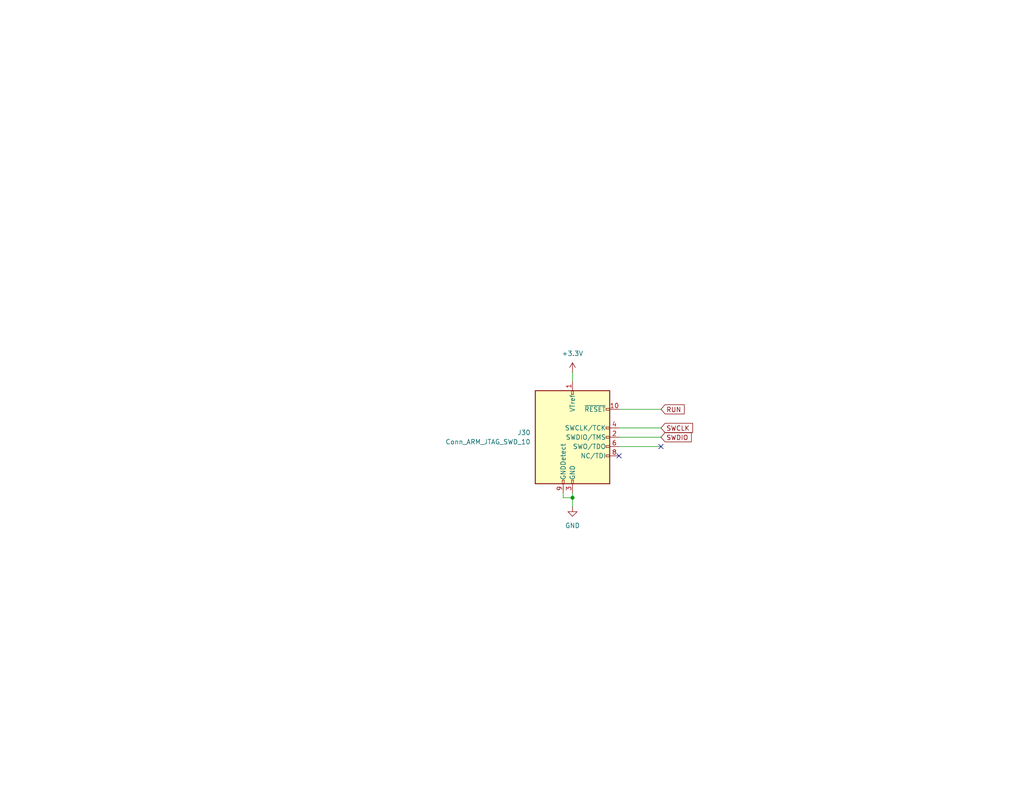
<source format=kicad_sch>
(kicad_sch (version 20231120) (generator "eeschema") (generator_version "8.0")
  (paper "A")
  (title_block (title "Jolt 2 - Left"))
  (lib_symbols
    (symbol "David Brown Keyboard Parts:Conn_ARM_JTAG_SWD_10" (pin_names (offset 1.016))
      (property "Reference" "J3" (at -11.43 1.2701 0))
      (property "Value" "Conn_ARM_JTAG_SWD_10" (at -11.43 -1.2699 0))
      (symbol "Conn_ARM_JTAG_SWD_10_0_1"
        (rectangle (start -10.16 12.7) (end 10.16 -12.7) (stroke (width 0.254)) (fill (type background)))
        (rectangle (start -2.794 -12.7) (end -2.286 -11.684))
        (rectangle (start -0.254 -12.7) (end 0.254 -11.684))
        (rectangle (start -0.254 12.7) (end 0.254 11.684))
        (rectangle (start 9.144 2.286) (end 10.16 2.794))
        (rectangle (start 10.16 -2.794) (end 9.144 -2.286))
        (rectangle (start 10.16 -0.254) (end 9.144 0.254))
        (rectangle (start 10.16 7.874) (end 9.144 7.366))
      )
      (symbol "Conn_ARM_JTAG_SWD_10_1_1"
        (rectangle (start 9.144 -5.334) (end 10.16 -4.826))
        (pin power_in line (at 0 15.24 270) (length 2.54) (name "VTref") (number "1"))
        (pin output line (at 12.7 7.62 180) (length 2.54) (name "~{RESET}") (number "10"))
        (pin bidirectional line (at 12.7 0 180) (length 2.54) (name "SWDIO/TMS") (number "2"))
        (pin power_in line (at 0 -15.24 90) (length 2.54) (name "GND") (number "3"))
        (pin output line (at 12.7 2.54 180) (length 2.54) (name "SWCLK/TCK") (number "4"))
        (pin passive line (at 0 -15.24 90) (length 2.54) hide (name "GND") (number "5"))
        (pin input line (at 12.7 -2.54 180) (length 2.54) (name "SWO/TDO") (number "6"))
        (pin no_connect line (at -10.16 0 0) (length 2.54) hide (name "KEY") (number "7"))
        (pin output line (at 12.7 -5.08 180) (length 2.54) (name "NC/TDI") (number "8"))
        (pin passive line (at -2.54 -15.24 90) (length 2.54) (name "GNDDetect") (number "9"))
      )
    )
    (symbol "power:+3.3V" (power) (pin_numbers hide) (pin_names (offset 0) hide)
      (property "Value" "+3.3V" (at 0 3.556 0))
      (symbol "+3.3V_0_1"
        (polyline (pts (xy -0.762 1.27) (xy 0 2.54)))
        (polyline (pts (xy 0 0) (xy 0 2.54)))
        (polyline (pts (xy 0 2.54) (xy 0.762 1.27)))
      )
      (symbol "+3.3V_1_1"
        (pin power_in line (at 0 0 90) (length 0) (name "~") (number "1"))
      )
    )
    (symbol "power:GND" (power) (pin_numbers hide) (pin_names (offset 0) hide)
      (property "Value" "GND" (at 0 -3.81 0))
      (symbol "GND_0_1"
        (polyline (pts (xy 0 0) (xy 0 -1.27) (xy 1.27 -1.27) (xy 0 -2.54) (xy -1.27 -1.27) (xy 0 -1.27)))
      )
      (symbol "GND_1_1"
        (pin power_in line (at 0 0 270) (length 0) (name "~") (number "1"))
      )
    )
  )
  (junction (at 156.21 135.89))
  (no_connect (at 168.91 124.46))
  (no_connect (at 180.34 121.92))
  (wire (pts (xy 156.21 101.6) (xy 156.21 104.14)))
  (wire (pts (xy 168.91 111.76) (xy 180.34 111.76)))
  (wire (pts (xy 168.91 116.84) (xy 180.34 116.84)))
  (wire (pts (xy 156.21 135.89) (xy 156.21 138.43)))
  (wire (pts (xy 168.91 121.92) (xy 180.34 121.92)))
  (wire (pts (xy 153.67 134.62) (xy 153.67 135.89)))
  (wire (pts (xy 156.21 134.62) (xy 156.21 135.89)))
  (wire (pts (xy 153.67 135.89) (xy 156.21 135.89)))
  (wire (pts (xy 168.91 119.38) (xy 180.34 119.38)))
  (global_label "SWCLK" (shape input) (at 180.34 116.84 0) (property "Intersheetrefs" "${INTERSHEET_REFS}" (effects (hide yes))))
  (global_label "SWDIO" (shape input) (at 180.34 119.38 0) (property "Intersheetrefs" "${INTERSHEET_REFS}" (effects (hide yes))))
  (global_label "RUN" (shape input) (at 180.34 111.76 0) (property "Intersheetrefs" "${INTERSHEET_REFS}" (effects (hide yes))))
  (symbol (lib_id "power:GND") (at 156.21 138.43 0) (unit 1)
    (property "Reference" "#PWR014" (effects (hide yes)))
    (property "Value" "GND" (at 156.21 143.51 0))
    (property "Description" "Power symbol creates a global label with name \"GND\" , ground" (effects (hide yes)))
  )
  (symbol (lib_id "power:+3.3V") (at 156.21 101.6 0) (unit 1)
    (property "Reference" "#PWR08" (effects (hide yes)))
    (property "Value" "+3.3V" (at 156.21 96.52 0))
    (property "Description" "Power symbol creates a global label with name \"+3.3V\"" (effects (hide yes)))
  )
  (symbol (lib_id "David Brown Keyboard Parts:Conn_ARM_JTAG_SWD_10") (at 156.21 119.38 0) (unit 1)
    (property "Reference" "J30" (at 144.78 118.1099 0) (effects (justify right)))
    (property "Value" "Conn_ARM_JTAG_SWD_10" (at 144.78 120.6499 0) (effects (justify right)))
    (property "Footprint" "davidb-keyboard-foot:Cortex-M-Debug10" (effects (hide yes)))
    (property "Datasheet" "http://infocenter.arm.com/help/topic/com.arm.doc.ddi0314h/DDI0314H_coresight_components_trm.pdf" (effects (hide yes)))
    (property "Description" "Cortex Debug Connector, standard ARM Cortex-M SWD and JTAG interface" (effects (hide yes)))
  )
)
</source>
